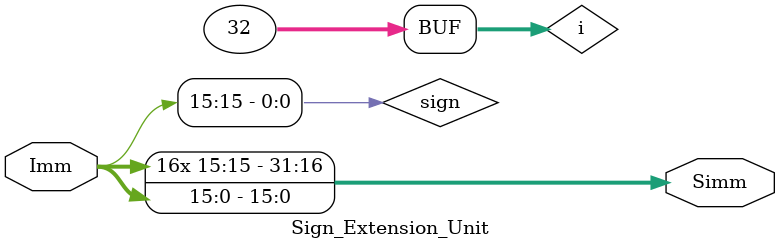
<source format=v>
`timescale 1ns / 1ps


module Sign_Extension_Unit #(parameter WL = 32)
                          (input wire [15:0] Imm,
                           output reg [WL - 1:0] Simm);
//this just makes a word named immediate the legnth of WL while keeping the sign right
    reg sign;
    reg [WL-1:0] i;
    
    always @(Imm)
    begin
        sign = Imm[15];
        Simm = Imm;
        for(i = 15; i < WL; i = i + 1) Simm[i] = sign;
    end

endmodule

</source>
